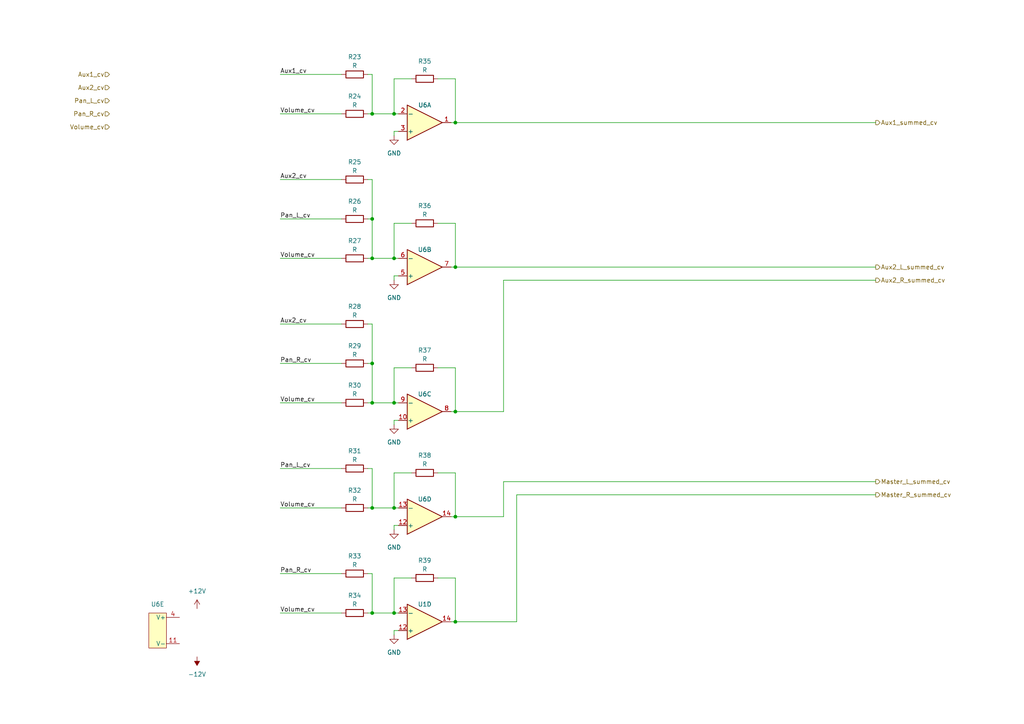
<source format=kicad_sch>
(kicad_sch (version 20230121) (generator eeschema)
  (paper "A4")
  (lib_symbols
    (symbol "Device:R" (pin_numbers hide) (pin_names (offset 0))
      (property "Reference" "R" (at 2.032 0 90))
      (property "Value" "R" (at 0 0 90))
      (symbol "R_0_1"
        (rectangle (start -1.016 -2.54) (end 1.016 2.54) (stroke (width 0.254)))
      )
      (symbol "R_1_1"
        (pin passive line (at 0 3.81 270) (length 1.27) (name "~") (number "1"))
        (pin passive line (at 0 -3.81 90) (length 1.27) (name "~") (number "2"))
      )
    )
    (symbol "WillItBlend:TL074HIDYYR" (pin_names (offset 0.127))
      (property "Reference" "U" (at 0 5.08 0))
      (symbol "TL074HIDYYR_1_1"
        (polyline (pts (xy -5.08 5.08) (xy 5.08 0) (xy -5.08 -5.08) (xy -5.08 5.08)) (stroke (width 0.254)) (fill (type background)))
        (pin output line (at 7.62 0 180) (length 2.54) (name "~") (number "1"))
        (pin input line (at -7.62 -2.54 0) (length 2.54) (name "-") (number "2"))
        (pin input line (at -7.62 2.54 0) (length 2.54) (name "+") (number "3"))
      )
      (symbol "TL074HIDYYR_2_1"
        (polyline (pts (xy -5.08 5.08) (xy 5.08 0) (xy -5.08 -5.08) (xy -5.08 5.08)) (stroke (width 0.254)) (fill (type background)))
        (pin input line (at -7.62 2.54 0) (length 2.54) (name "+") (number "5"))
        (pin input line (at -7.62 -2.54 0) (length 2.54) (name "-") (number "6"))
        (pin output line (at 7.62 0 180) (length 2.54) (name "~") (number "7"))
      )
      (symbol "TL074HIDYYR_3_1"
        (polyline (pts (xy -5.08 5.08) (xy 5.08 0) (xy -5.08 -5.08) (xy -5.08 5.08)) (stroke (width 0.254)) (fill (type background)))
        (pin input line (at -7.62 2.54 0) (length 2.54) (name "+") (number "10"))
        (pin output line (at 7.62 0 180) (length 2.54) (name "~") (number "8"))
        (pin input line (at -7.62 -2.54 0) (length 2.54) (name "-") (number "9"))
      )
      (symbol "TL074HIDYYR_4_1"
        (polyline (pts (xy -5.08 5.08) (xy 5.08 0) (xy -5.08 -5.08) (xy -5.08 5.08)) (stroke (width 0.254)) (fill (type background)))
        (pin input line (at -7.62 2.54 0) (length 2.54) (name "+") (number "12"))
        (pin input line (at -7.62 -2.54 0) (length 2.54) (name "-") (number "13"))
        (pin output line (at 7.62 0 180) (length 2.54) (name "~") (number "14"))
      )
      (symbol "TL074HIDYYR_5_1"
        (rectangle (start -2.54 5.08) (end 2.54 -5.08) (fill (type background)))
        (pin power_in line (at 6.35 -3.81 180) (length 3.81) (name "V-") (number "11"))
        (pin power_in line (at 6.35 3.81 180) (length 3.81) (name "V+") (number "4"))
      )
    )
    (symbol "power:+12V" (power) (pin_names (offset 0))
      (property "Value" "+12V" (at 0 3.556 0))
      (symbol "+12V_0_1"
        (polyline (pts (xy -0.762 1.27) (xy 0 2.54)))
        (polyline (pts (xy 0 0) (xy 0 2.54)))
        (polyline (pts (xy 0 2.54) (xy 0.762 1.27)))
      )
      (symbol "+12V_1_1"
        (pin power_in line (at 0 0 90) (length 0) hide (name "+12V") (number "1"))
      )
    )
    (symbol "power:-12V" (power) (pin_names (offset 0))
      (property "Value" "-12V" (at 0 3.81 0))
      (symbol "-12V_0_0"
        (pin power_in line (at 0 0 90) (length 0) hide (name "-12V") (number "1"))
      )
      (symbol "-12V_0_1"
        (polyline (pts (xy 0 0) (xy 0 1.27) (xy 0.762 1.27) (xy 0 2.54) (xy -0.762 1.27) (xy 0 1.27)) (fill (type outline)))
      )
    )
    (symbol "power:GND" (power) (pin_names (offset 0))
      (property "Value" "GND" (at 0 -3.81 0))
      (symbol "GND_0_1"
        (polyline (pts (xy 0 0) (xy 0 -1.27) (xy 1.27 -1.27) (xy 0 -2.54) (xy -1.27 -1.27) (xy 0 -1.27)))
      )
      (symbol "GND_1_1"
        (pin power_in line (at 0 0 270) (length 0) hide (name "GND") (number "1"))
      )
    )
  )
  (junction (at 114.3 33.02))
  (junction (at 132.08 77.47))
  (junction (at 114.3 177.8))
  (junction (at 107.95 74.93))
  (junction (at 132.08 119.38))
  (junction (at 132.08 149.86))
  (junction (at 114.3 74.93))
  (junction (at 114.3 147.32))
  (junction (at 107.95 116.84))
  (junction (at 114.3 116.84))
  (junction (at 132.08 35.56))
  (junction (at 107.95 63.5))
  (junction (at 107.95 33.02))
  (junction (at 107.95 105.41))
  (junction (at 107.95 147.32))
  (junction (at 132.08 180.34))
  (junction (at 107.95 177.8))
  (wire (pts (xy 81.28 135.89) (xy 99.06 135.89)))
  (wire (pts (xy 146.05 139.7) (xy 254 139.7)))
  (wire (pts (xy 81.28 177.8) (xy 99.06 177.8)))
  (wire (pts (xy 81.28 147.32) (xy 99.06 147.32)))
  (wire (pts (xy 114.3 39.37) (xy 114.3 38.1)))
  (wire (pts (xy 107.95 177.8) (xy 107.95 166.37)))
  (wire (pts (xy 81.28 105.41) (xy 99.06 105.41)))
  (wire (pts (xy 107.95 74.93) (xy 107.95 63.5)))
  (wire (pts (xy 119.38 167.64) (xy 114.3 167.64)))
  (wire (pts (xy 132.08 149.86) (xy 132.08 137.16)))
  (wire (pts (xy 81.28 21.59) (xy 99.06 21.59)))
  (wire (pts (xy 132.08 35.56) (xy 254 35.56)))
  (wire (pts (xy 107.95 147.32) (xy 114.3 147.32)))
  (wire (pts (xy 107.95 105.41) (xy 107.95 93.98)))
  (wire (pts (xy 106.68 63.5) (xy 107.95 63.5)))
  (wire (pts (xy 119.38 22.86) (xy 114.3 22.86)))
  (wire (pts (xy 107.95 147.32) (xy 107.95 135.89)))
  (wire (pts (xy 130.81 149.86) (xy 132.08 149.86)))
  (wire (pts (xy 107.95 33.02) (xy 114.3 33.02)))
  (wire (pts (xy 114.3 64.77) (xy 114.3 74.93)))
  (wire (pts (xy 81.28 93.98) (xy 99.06 93.98)))
  (wire (pts (xy 107.95 33.02) (xy 107.95 21.59)))
  (wire (pts (xy 119.38 64.77) (xy 114.3 64.77)))
  (wire (pts (xy 114.3 116.84) (xy 115.57 116.84)))
  (wire (pts (xy 119.38 106.68) (xy 114.3 106.68)))
  (wire (pts (xy 132.08 77.47) (xy 132.08 64.77)))
  (wire (pts (xy 81.28 74.93) (xy 99.06 74.93)))
  (wire (pts (xy 132.08 64.77) (xy 127 64.77)))
  (wire (pts (xy 114.3 184.15) (xy 114.3 182.88)))
  (wire (pts (xy 132.08 22.86) (xy 127 22.86)))
  (wire (pts (xy 106.68 116.84) (xy 107.95 116.84)))
  (wire (pts (xy 106.68 93.98) (xy 107.95 93.98)))
  (wire (pts (xy 106.68 147.32) (xy 107.95 147.32)))
  (wire (pts (xy 114.3 123.19) (xy 114.3 121.92)))
  (wire (pts (xy 106.68 21.59) (xy 107.95 21.59)))
  (wire (pts (xy 149.86 143.51) (xy 149.86 180.34)))
  (wire (pts (xy 107.95 116.84) (xy 114.3 116.84)))
  (wire (pts (xy 132.08 35.56) (xy 132.08 22.86)))
  (wire (pts (xy 114.3 33.02) (xy 115.57 33.02)))
  (wire (pts (xy 114.3 152.4) (xy 115.57 152.4)))
  (wire (pts (xy 107.95 74.93) (xy 114.3 74.93)))
  (wire (pts (xy 107.95 116.84) (xy 107.95 105.41)))
  (wire (pts (xy 81.28 52.07) (xy 99.06 52.07)))
  (wire (pts (xy 114.3 80.01) (xy 115.57 80.01)))
  (wire (pts (xy 114.3 22.86) (xy 114.3 33.02)))
  (wire (pts (xy 132.08 106.68) (xy 127 106.68)))
  (wire (pts (xy 132.08 119.38) (xy 132.08 106.68)))
  (wire (pts (xy 106.68 74.93) (xy 107.95 74.93)))
  (wire (pts (xy 114.3 182.88) (xy 115.57 182.88)))
  (wire (pts (xy 114.3 153.67) (xy 114.3 152.4)))
  (wire (pts (xy 106.68 52.07) (xy 107.95 52.07)))
  (wire (pts (xy 114.3 177.8) (xy 115.57 177.8)))
  (wire (pts (xy 114.3 74.93) (xy 115.57 74.93)))
  (wire (pts (xy 114.3 137.16) (xy 114.3 147.32)))
  (wire (pts (xy 106.68 105.41) (xy 107.95 105.41)))
  (wire (pts (xy 114.3 147.32) (xy 115.57 147.32)))
  (wire (pts (xy 107.95 177.8) (xy 114.3 177.8)))
  (wire (pts (xy 114.3 167.64) (xy 114.3 177.8)))
  (wire (pts (xy 114.3 81.28) (xy 114.3 80.01)))
  (wire (pts (xy 81.28 116.84) (xy 99.06 116.84)))
  (wire (pts (xy 114.3 106.68) (xy 114.3 116.84)))
  (wire (pts (xy 119.38 137.16) (xy 114.3 137.16)))
  (wire (pts (xy 146.05 81.28) (xy 146.05 119.38)))
  (wire (pts (xy 106.68 135.89) (xy 107.95 135.89)))
  (wire (pts (xy 132.08 180.34) (xy 132.08 167.64)))
  (wire (pts (xy 130.81 77.47) (xy 132.08 77.47)))
  (wire (pts (xy 106.68 177.8) (xy 107.95 177.8)))
  (wire (pts (xy 254 143.51) (xy 149.86 143.51)))
  (wire (pts (xy 130.81 180.34) (xy 132.08 180.34)))
  (wire (pts (xy 114.3 38.1) (xy 115.57 38.1)))
  (wire (pts (xy 130.81 119.38) (xy 132.08 119.38)))
  (wire (pts (xy 106.68 166.37) (xy 107.95 166.37)))
  (wire (pts (xy 132.08 137.16) (xy 127 137.16)))
  (wire (pts (xy 81.28 33.02) (xy 99.06 33.02)))
  (wire (pts (xy 132.08 180.34) (xy 149.86 180.34)))
  (wire (pts (xy 114.3 121.92) (xy 115.57 121.92)))
  (wire (pts (xy 81.28 63.5) (xy 99.06 63.5)))
  (wire (pts (xy 106.68 33.02) (xy 107.95 33.02)))
  (wire (pts (xy 132.08 119.38) (xy 146.05 119.38)))
  (wire (pts (xy 146.05 149.86) (xy 146.05 139.7)))
  (wire (pts (xy 132.08 77.47) (xy 254 77.47)))
  (wire (pts (xy 81.28 166.37) (xy 99.06 166.37)))
  (wire (pts (xy 132.08 167.64) (xy 127 167.64)))
  (wire (pts (xy 130.81 35.56) (xy 132.08 35.56)))
  (wire (pts (xy 132.08 149.86) (xy 146.05 149.86)))
  (wire (pts (xy 254 81.28) (xy 146.05 81.28)))
  (wire (pts (xy 107.95 63.5) (xy 107.95 52.07)))
  (label "Aux2_cv" (at 81.28 52.07 0))
  (label "Volume_cv" (at 81.28 116.84 0))
  (label "Volume_cv" (at 81.28 147.32 0))
  (label "Pan_L_cv" (at 81.28 135.89 0))
  (label "Volume_cv" (at 81.28 177.8 0))
  (label "Pan_R_cv" (at 81.28 166.37 0))
  (label "Pan_L_cv" (at 81.28 63.5 0))
  (label "Pan_R_cv" (at 81.28 105.41 0))
  (label "Volume_cv" (at 81.28 33.02 0))
  (label "Volume_cv" (at 81.28 74.93 0))
  (label "Aux1_cv" (at 81.28 21.59 0))
  (label "Aux2_cv" (at 81.28 93.98 0))
  (hierarchical_label "Aux1_summed_cv" (shape output) (at 254 35.56 0))
  (hierarchical_label "Aux2_R_summed_cv" (shape output) (at 254 81.28 0))
  (hierarchical_label "Pan_L_cv" (shape input) (at 31.75 29.21 180))
  (hierarchical_label "Master_L_summed_cv" (shape output) (at 254 139.7 0))
  (hierarchical_label "Aux2_L_summed_cv" (shape output) (at 254 77.47 0))
  (hierarchical_label "Aux2_cv" (shape input) (at 31.75 25.4 180))
  (hierarchical_label "Aux1_cv" (shape input) (at 31.75 21.59 180))
  (hierarchical_label "Volume_cv" (shape input) (at 31.75 36.83 180))
  (hierarchical_label "Master_R_summed_cv" (shape output) (at 254 143.51 0))
  (hierarchical_label "Pan_R_cv" (shape input) (at 31.75 33.02 180))
  (symbol (lib_id "WillItBlend:TL074HIDYYR") (at 123.19 77.47 0) (mirror x) (unit 2)
    (property "Reference" "U3" (at 123.19 72.39 0))
    (property "Value" "TL074HIDYYR" (effects hide))
    (property "Footprint" "WillItBlend:SOT-23-THIN" (effects hide))
    (property "Datasheet" "http://www.ti.com/lit/ds/symlink/tl071.pdf" (effects hide))
    (instances (project "WillItBlend" (path "" (reference "U6") (unit 2))))
  )
  (symbol (lib_id "WillItBlend:TL074HIDYYR") (at 123.19 149.86 0) (mirror x) (unit 4)
    (property "Reference" "U3" (at 123.19 144.78 0))
    (property "Value" "TL074HIDYYR" (effects hide))
    (property "Footprint" "WillItBlend:SOT-23-THIN" (effects hide))
    (property "Datasheet" "http://www.ti.com/lit/ds/symlink/tl071.pdf" (effects hide))
    (instances (project "WillItBlend" (path "" (reference "U6") (unit 4))))
  )
  (symbol (lib_id "Device:R") (at 102.87 105.41 270) (unit 1)
    (property "Reference" "R?" (at 102.87 100.33 90))
    (property "Value" "R" (at 102.87 102.87 90))
    (property "Footprint" "Resistor_SMD:R_0402_1005Metric_Pad0.72x0.64mm_HandSolder" (effects hide))
    (instances (project "WillItBlend" (path "" (reference "R29") (unit 1))))
  )
  (symbol (lib_id "WillItBlend:TL074HIDYYR") (at 123.19 35.56 0) (mirror x) (unit 1)
    (property "Reference" "U3" (at 123.19 30.48 0))
    (property "Value" "TL074HIDYYR" (effects hide))
    (property "Footprint" "WillItBlend:SOT-23-THIN" (effects hide))
    (property "Datasheet" "http://www.ti.com/lit/ds/symlink/tl071.pdf" (effects hide))
    (instances (project "WillItBlend" (path "" (reference "U6") (unit 1))))
  )
  (symbol (lib_id "Device:R") (at 102.87 116.84 270) (unit 1)
    (property "Reference" "R?" (at 102.87 111.76 90))
    (property "Value" "R" (at 102.87 114.3 90))
    (property "Footprint" "Resistor_SMD:R_0402_1005Metric_Pad0.72x0.64mm_HandSolder" (effects hide))
    (instances (project "WillItBlend" (path "" (reference "R30") (unit 1))))
  )
  (symbol (lib_id "Device:R") (at 102.87 93.98 270) (unit 1)
    (property "Reference" "R?" (at 102.87 88.9 90))
    (property "Value" "R" (at 102.87 91.44 90))
    (property "Footprint" "Resistor_SMD:R_0402_1005Metric_Pad0.72x0.64mm_HandSolder" (effects hide))
    (instances (project "WillItBlend" (path "" (reference "R28") (unit 1))))
  )
  (symbol (lib_id "WillItBlend:TL074HIDYYR") (at 123.19 180.34 0) (mirror x) (unit 4)
    (property "Reference" "U2" (at 123.19 175.26 0))
    (property "Value" "TL074HIDYYR" (effects hide))
    (property "Footprint" "WillItBlend:SOT-23-THIN" (effects hide))
    (property "Datasheet" "http://www.ti.com/lit/ds/symlink/tl071.pdf" (effects hide))
    (instances (project "WillItBlend" (path "" (reference "U1") (unit 4))))
  )
  (symbol (lib_id "Device:R") (at 102.87 135.89 270) (unit 1)
    (property "Reference" "R?" (at 102.87 130.81 90))
    (property "Value" "R" (at 102.87 133.35 90))
    (property "Footprint" "Resistor_SMD:R_0402_1005Metric_Pad0.72x0.64mm_HandSolder" (effects hide))
    (instances (project "WillItBlend" (path "" (reference "R31") (unit 1))))
  )
  (symbol (lib_id "Device:R") (at 102.87 33.02 270) (unit 1)
    (property "Reference" "R?" (at 102.87 27.94 90))
    (property "Value" "R" (at 102.87 30.48 90))
    (property "Footprint" "Resistor_SMD:R_0402_1005Metric_Pad0.72x0.64mm_HandSolder" (effects hide))
    (instances (project "WillItBlend" (path "" (reference "R24") (unit 1))))
  )
  (symbol (lib_id "Device:R") (at 123.19 106.68 270) (unit 1)
    (property "Reference" "R?" (at 123.19 101.6 90))
    (property "Value" "R" (at 123.19 104.14 90))
    (property "Footprint" "Resistor_SMD:R_0402_1005Metric_Pad0.72x0.64mm_HandSolder" (effects hide))
    (instances (project "WillItBlend" (path "" (reference "R37") (unit 1))))
  )
  (symbol (lib_id "power:GND") (at 114.3 39.37 0) (unit 1)
    (property "Reference" "#PWR0128" (effects hide))
    (property "Value" "GND" (at 114.3 44.45 0))
    (instances (project "WillItBlend" (path "" (reference "#PWR038") (unit 1))))
  )
  (symbol (lib_id "Device:R") (at 102.87 21.59 270) (unit 1)
    (property "Reference" "R?" (at 102.87 16.51 90))
    (property "Value" "R" (at 102.87 19.05 90))
    (property "Footprint" "Resistor_SMD:R_0402_1005Metric_Pad0.72x0.64mm_HandSolder" (effects hide))
    (instances (project "WillItBlend" (path "" (reference "R23") (unit 1))))
  )
  (symbol (lib_id "WillItBlend:TL074HIDYYR") (at 123.19 119.38 0) (mirror x) (unit 3)
    (property "Reference" "U3" (at 123.19 114.3 0))
    (property "Value" "TL074HIDYYR" (effects hide))
    (property "Footprint" "WillItBlend:SOT-23-THIN" (effects hide))
    (property "Datasheet" "http://www.ti.com/lit/ds/symlink/tl071.pdf" (effects hide))
    (instances (project "WillItBlend" (path "" (reference "U6") (unit 3))))
  )
  (symbol (lib_id "Device:R") (at 123.19 22.86 270) (unit 1)
    (property "Reference" "R?" (at 123.19 17.78 90))
    (property "Value" "R" (at 123.19 20.32 90))
    (property "Footprint" "Resistor_SMD:R_0402_1005Metric_Pad0.72x0.64mm_HandSolder" (effects hide))
    (instances (project "WillItBlend" (path "" (reference "R35") (unit 1))))
  )
  (symbol (lib_id "power:-12V") (at 57.15 190.5 180) (unit 1)
    (property "Reference" "#PWR0126" (effects hide))
    (property "Value" "-12V" (at 57.15 195.58 0))
    (instances (project "WillItBlend" (path "" (reference "#PWR037") (unit 1))))
  )
  (symbol (lib_id "Device:R") (at 123.19 137.16 270) (unit 1)
    (property "Reference" "R?" (at 123.19 132.08 90))
    (property "Value" "R" (at 123.19 134.62 90))
    (property "Footprint" "Resistor_SMD:R_0402_1005Metric_Pad0.72x0.64mm_HandSolder" (effects hide))
    (instances (project "WillItBlend" (path "" (reference "R38") (unit 1))))
  )
  (symbol (lib_id "Device:R") (at 102.87 166.37 270) (unit 1)
    (property "Reference" "R?" (at 102.87 161.29 90))
    (property "Value" "R" (at 102.87 163.83 90))
    (property "Footprint" "Resistor_SMD:R_0402_1005Metric_Pad0.72x0.64mm_HandSolder" (effects hide))
    (instances (project "WillItBlend" (path "" (reference "R33") (unit 1))))
  )
  (symbol (lib_id "Device:R") (at 123.19 167.64 270) (unit 1)
    (property "Reference" "R?" (at 123.19 162.56 90))
    (property "Value" "R" (at 123.19 165.1 90))
    (property "Footprint" "Resistor_SMD:R_0402_1005Metric_Pad0.72x0.64mm_HandSolder" (effects hide))
    (instances (project "WillItBlend" (path "" (reference "R39") (unit 1))))
  )
  (symbol (lib_id "Device:R") (at 102.87 63.5 270) (unit 1)
    (property "Reference" "R?" (at 102.87 58.42 90))
    (property "Value" "R" (at 102.87 60.96 90))
    (property "Footprint" "Resistor_SMD:R_0402_1005Metric_Pad0.72x0.64mm_HandSolder" (effects hide))
    (instances (project "WillItBlend" (path "" (reference "R26") (unit 1))))
  )
  (symbol (lib_id "Device:R") (at 123.19 64.77 270) (unit 1)
    (property "Reference" "R?" (at 123.19 59.69 90))
    (property "Value" "R" (at 123.19 62.23 90))
    (property "Footprint" "Resistor_SMD:R_0402_1005Metric_Pad0.72x0.64mm_HandSolder" (effects hide))
    (instances (project "WillItBlend" (path "" (reference "R36") (unit 1))))
  )
  (symbol (lib_id "WillItBlend:TL074HIDYYR") (at 45.72 182.88 0) (unit 5)
    (property "Reference" "U3" (at 45.72 175.26 0))
    (property "Value" "TL074HIDYYR" (effects hide))
    (property "Footprint" "WillItBlend:SOT-23-THIN" (effects hide))
    (property "Datasheet" "http://www.ti.com/lit/ds/symlink/tl071.pdf" (effects hide))
    (instances (project "WillItBlend" (path "" (reference "U6") (unit 5))))
  )
  (symbol (lib_id "power:GND") (at 114.3 153.67 0) (unit 1)
    (property "Reference" "#PWR0129" (effects hide))
    (property "Value" "GND" (at 114.3 158.75 0))
    (instances (project "WillItBlend" (path "" (reference "#PWR041") (unit 1))))
  )
  (symbol (lib_id "power:GND") (at 114.3 123.19 0) (unit 1)
    (property "Reference" "#PWR0124" (effects hide))
    (property "Value" "GND" (at 114.3 128.27 0))
    (instances (project "WillItBlend" (path "" (reference "#PWR040") (unit 1))))
  )
  (symbol (lib_id "power:GND") (at 114.3 81.28 0) (unit 1)
    (property "Reference" "#PWR0123" (effects hide))
    (property "Value" "GND" (at 114.3 86.36 0))
    (instances (project "WillItBlend" (path "" (reference "#PWR039") (unit 1))))
  )
  (symbol (lib_id "power:+12V") (at 57.15 176.53 0) (unit 1)
    (property "Reference" "#PWR0127" (effects hide))
    (property "Value" "+12V" (at 57.15 171.45 0))
    (instances (project "WillItBlend" (path "" (reference "#PWR036") (unit 1))))
  )
  (symbol (lib_id "Device:R") (at 102.87 74.93 270) (unit 1)
    (property "Reference" "R?" (at 102.87 69.85 90))
    (property "Value" "R" (at 102.87 72.39 90))
    (property "Footprint" "Resistor_SMD:R_0402_1005Metric_Pad0.72x0.64mm_HandSolder" (effects hide))
    (instances (project "WillItBlend" (path "" (reference "R27") (unit 1))))
  )
  (symbol (lib_id "power:GND") (at 114.3 184.15 0) (unit 1)
    (property "Reference" "#PWR0125" (effects hide))
    (property "Value" "GND" (at 114.3 189.23 0))
    (instances (project "WillItBlend" (path "" (reference "#PWR042") (unit 1))))
  )
  (symbol (lib_id "Device:R") (at 102.87 147.32 270) (unit 1)
    (property "Reference" "R?" (at 102.87 142.24 90))
    (property "Value" "R" (at 102.87 144.78 90))
    (property "Footprint" "Resistor_SMD:R_0402_1005Metric_Pad0.72x0.64mm_HandSolder" (effects hide))
    (instances (project "WillItBlend" (path "" (reference "R32") (unit 1))))
  )
  (symbol (lib_id "Device:R") (at 102.87 177.8 270) (unit 1)
    (property "Reference" "R?" (at 102.87 172.72 90))
    (property "Value" "R" (at 102.87 175.26 90))
    (property "Footprint" "Resistor_SMD:R_0402_1005Metric_Pad0.72x0.64mm_HandSolder" (effects hide))
    (instances (project "WillItBlend" (path "" (reference "R34") (unit 1))))
  )
  (symbol (lib_id "Device:R") (at 102.87 52.07 270) (unit 1)
    (property "Reference" "R?" (at 102.87 46.99 90))
    (property "Value" "R" (at 102.87 49.53 90))
    (property "Footprint" "Resistor_SMD:R_0402_1005Metric_Pad0.72x0.64mm_HandSolder" (effects hide))
    (instances (project "WillItBlend" (path "" (reference "R25") (unit 1))))
  )
)
</source>
